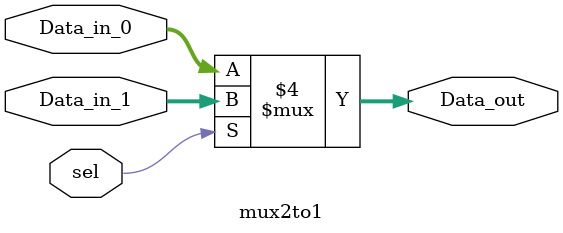
<source format=sv>
module mux2to1 (
    input [7:0] Data_in_0,
    input [7:0] Data_in_1,
    input sel,
    output [7:0] Data_out
    ); 
    logic [7:0] Data_out;

    always @(Data_in_0,Data_in_1,sel)
    begin
        if(sel == 0) 
            Data_out = Data_in_0; 
        else
            Data_out = Data_in_1;
    end
    
endmodule
</source>
